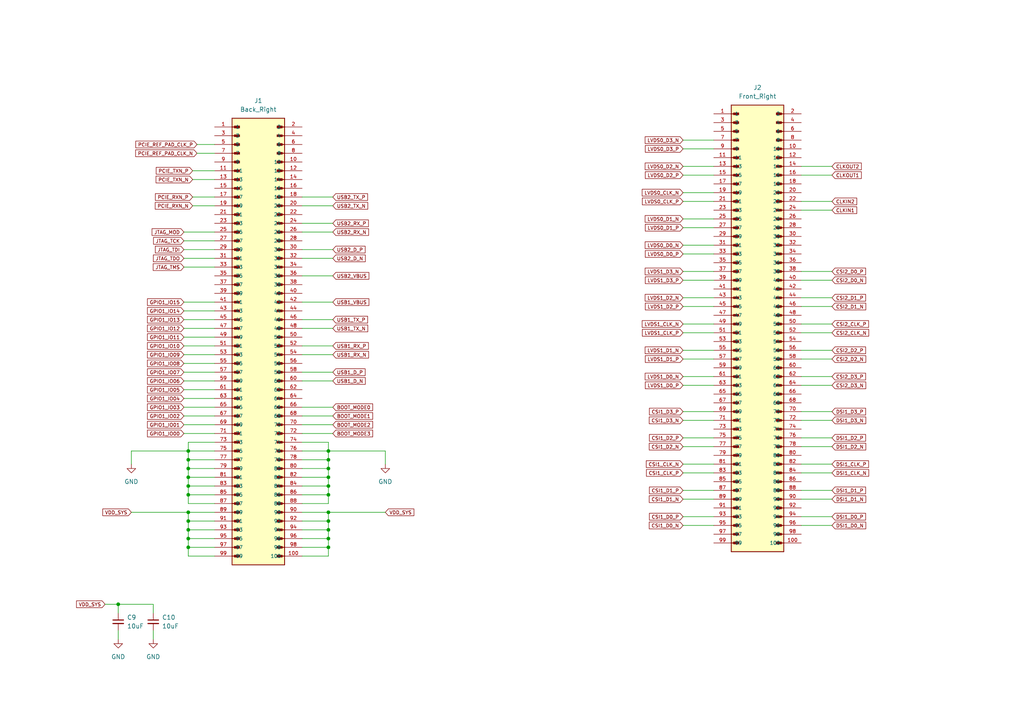
<source format=kicad_sch>
(kicad_sch (version 20231120) (generator "eeschema") (generator_version "8.0")
  (paper "A4")
  (lib_symbols
    (symbol "CONN_DF40C-100DS-0_4V51_HIR:DF40C-100DP-0.4V_51_" (pin_names (offset 1.016))
      (property "Reference" "J" (at -7.62 64.262 0))
      (property "Value" "DF40C-100DP-0.4V_51_" (at -7.62 -66.802 0))
      (symbol "DF40C-100DP-0.4V_51__0_0"
        (rectangle (start -7.62 -66.04) (end 7.62 63.5) (stroke (width 0.254)) (fill (type background)))
        (rectangle (start -6.985 -63.8175) (end -5.3975 -63.1825) (stroke (width 0.1)) (fill (type outline)))
        (rectangle (start -6.985 -61.2775) (end -5.3975 -60.6425) (stroke (width 0.1)) (fill (type outline)))
        (rectangle (start -6.985 -58.7375) (end -5.3975 -58.1025) (stroke (width 0.1)) (fill (type outline)))
        (rectangle (start -6.985 -56.1975) (end -5.3975 -55.5625) (stroke (width 0.1)) (fill (type outline)))
        (rectangle (start -6.985 -53.6575) (end -5.3975 -53.0225) (stroke (width 0.1)) (fill (type outline)))
        (rectangle (start -6.985 -51.1175) (end -5.3975 -50.4825) (stroke (width 0.1)) (fill (type outline)))
        (rectangle (start -6.985 -48.5775) (end -5.3975 -47.9425) (stroke (width 0.1)) (fill (type outline)))
        (rectangle (start -6.985 -46.0375) (end -5.3975 -45.4025) (stroke (width 0.1)) (fill (type outline)))
        (rectangle (start -6.985 -43.4975) (end -5.3975 -42.8625) (stroke (width 0.1)) (fill (type outline)))
        (rectangle (start -6.985 -40.9575) (end -5.3975 -40.3225) (stroke (width 0.1)) (fill (type outline)))
        (rectangle (start -6.985 -38.4175) (end -5.3975 -37.7825) (stroke (width 0.1)) (fill (type outline)))
        (rectangle (start -6.985 -35.8775) (end -5.3975 -35.2425) (stroke (width 0.1)) (fill (type outline)))
        (rectangle (start -6.985 -33.3375) (end -5.3975 -32.7025) (stroke (width 0.1)) (fill (type outline)))
        (rectangle (start -6.985 -30.7975) (end -5.3975 -30.1625) (stroke (width 0.1)) (fill (type outline)))
        (rectangle (start -6.985 -28.2575) (end -5.3975 -27.6225) (stroke (width 0.1)) (fill (type outline)))
        (rectangle (start -6.985 -25.7175) (end -5.3975 -25.0825) (stroke (width 0.1)) (fill (type outline)))
        (rectangle (start -6.985 -23.1775) (end -5.3975 -22.5425) (stroke (width 0.1)) (fill (type outline)))
        (rectangle (start -6.985 -20.6375) (end -5.3975 -20.0025) (stroke (width 0.1)) (fill (type outline)))
        (rectangle (start -6.985 -18.0975) (end -5.3975 -17.4625) (stroke (width 0.1)) (fill (type outline)))
        (rectangle (start -6.985 -15.5575) (end -5.3975 -14.9225) (stroke (width 0.1)) (fill (type outline)))
        (rectangle (start -6.985 -13.0175) (end -5.3975 -12.3825) (stroke (width 0.1)) (fill (type outline)))
        (rectangle (start -6.985 -10.4775) (end -5.3975 -9.8425) (stroke (width 0.1)) (fill (type outline)))
        (rectangle (start -6.985 -7.9375) (end -5.3975 -7.3025) (stroke (width 0.1)) (fill (type outline)))
        (rectangle (start -6.985 -5.3975) (end -5.3975 -4.7625) (stroke (width 0.1)) (fill (type outline)))
        (rectangle (start -6.985 -2.8575) (end -5.3975 -2.2225) (stroke (width 0.1)) (fill (type outline)))
        (rectangle (start -6.985 -0.3175) (end -5.3975 0.3175) (stroke (width 0.1)) (fill (type outline)))
        (rectangle (start -6.985 2.2225) (end -5.3975 2.8575) (stroke (width 0.1)) (fill (type outline)))
        (rectangle (start -6.985 4.7625) (end -5.3975 5.3975) (stroke (width 0.1)) (fill (type outline)))
        (rectangle (start -6.985 7.3025) (end -5.3975 7.9375) (stroke (width 0.1)) (fill (type outline)))
        (rectangle (start -6.985 9.8425) (end -5.3975 10.4775) (stroke (width 0.1)) (fill (type outline)))
        (rectangle (start -6.985 12.3825) (end -5.3975 13.0175) (stroke (width 0.1)) (fill (type outline)))
        (rectangle (start -6.985 14.9225) (end -5.3975 15.5575) (stroke (width 0.1)) (fill (type outline)))
        (rectangle (start -6.985 17.4625) (end -5.3975 18.0975) (stroke (width 0.1)) (fill (type outline)))
        (rectangle (start -6.985 20.0025) (end -5.3975 20.6375) (stroke (width 0.1)) (fill (type outline)))
        (rectangle (start -6.985 22.5425) (end -5.3975 23.1775) (stroke (width 0.1)) (fill (type outline)))
        (rectangle (start -6.985 25.0825) (end -5.3975 25.7175) (stroke (width 0.1)) (fill (type outline)))
        (rectangle (start -6.985 27.6225) (end -5.3975 28.2575) (stroke (width 0.1)) (fill (type outline)))
        (rectangle (start -6.985 30.1625) (end -5.3975 30.7975) (stroke (width 0.1)) (fill (type outline)))
        (rectangle (start -6.985 32.7025) (end -5.3975 33.3375) (stroke (width 0.1)) (fill (type outline)))
        (rectangle (start -6.985 35.2425) (end -5.3975 35.8775) (stroke (width 0.1)) (fill (type outline)))
        (rectangle (start -6.985 37.7825) (end -5.3975 38.4175) (stroke (width 0.1)) (fill (type outline)))
        (rectangle (start -6.985 40.3225) (end -5.3975 40.9575) (stroke (width 0.1)) (fill (type outline)))
        (rectangle (start -6.985 42.8625) (end -5.3975 43.4975) (stroke (width 0.1)) (fill (type outline)))
        (rectangle (start -6.985 45.4025) (end -5.3975 46.0375) (stroke (width 0.1)) (fill (type outline)))
        (rectangle (start -6.985 47.9425) (end -5.3975 48.5775) (stroke (width 0.1)) (fill (type outline)))
        (rectangle (start -6.985 50.4825) (end -5.3975 51.1175) (stroke (width 0.1)) (fill (type outline)))
        (rectangle (start -6.985 53.0225) (end -5.3975 53.6575) (stroke (width 0.1)) (fill (type outline)))
        (rectangle (start -6.985 55.5625) (end -5.3975 56.1975) (stroke (width 0.1)) (fill (type outline)))
        (rectangle (start -6.985 58.1025) (end -5.3975 58.7375) (stroke (width 0.1)) (fill (type outline)))
        (rectangle (start -6.985 60.6425) (end -5.3975 61.2775) (stroke (width 0.1)) (fill (type outline)))
        (polyline (pts (xy -7.62 -63.5) (xy -5.715 -63.5)) (stroke (width 0.254)))
        (polyline (pts (xy -7.62 -60.96) (xy -5.715 -60.96)) (stroke (width 0.254)))
        (polyline (pts (xy -7.62 -58.42) (xy -5.715 -58.42)) (stroke (width 0.254)))
        (polyline (pts (xy -7.62 -55.88) (xy -5.715 -55.88)) (stroke (width 0.254)))
        (polyline (pts (xy -7.62 -53.34) (xy -5.715 -53.34)) (stroke (width 0.254)))
        (polyline (pts (xy -7.62 -50.8) (xy -5.715 -50.8)) (stroke (width 0.254)))
        (polyline (pts (xy -7.62 -48.26) (xy -5.715 -48.26)) (stroke (width 0.254)))
        (polyline (pts (xy -7.62 -45.72) (xy -5.715 -45.72)) (stroke (width 0.254)))
        (polyline (pts (xy -7.62 -43.18) (xy -5.715 -43.18)) (stroke (width 0.254)))
        (polyline (pts (xy -7.62 -40.64) (xy -5.715 -40.64)) (stroke (width 0.254)))
        (polyline (pts (xy -7.62 -38.1) (xy -5.715 -38.1)) (stroke (width 0.254)))
        (polyline (pts (xy -7.62 -35.56) (xy -5.715 -35.56)) (stroke (width 0.254)))
        (polyline (pts (xy -7.62 -33.02) (xy -5.715 -33.02)) (stroke (width 0.254)))
        (polyline (pts (xy -7.62 -30.48) (xy -5.715 -30.48)) (stroke (width 0.254)))
        (polyline (pts (xy -7.62 -27.94) (xy -5.715 -27.94)) (stroke (width 0.254)))
        (polyline (pts (xy -7.62 -25.4) (xy -5.715 -25.4)) (stroke (width 0.254)))
        (polyline (pts (xy -7.62 -22.86) (xy -5.715 -22.86)) (stroke (width 0.254)))
        (polyline (pts (xy -7.62 -20.32) (xy -5.715 -20.32)) (stroke (width 0.254)))
        (polyline (pts (xy -7.62 -17.78) (xy -5.715 -17.78)) (stroke (width 0.254)))
        (polyline (pts (xy -7.62 -15.24) (xy -5.715 -15.24)) (stroke (width 0.254)))
        (polyline (pts (xy -7.62 -12.7) (xy -5.715 -12.7)) (stroke (width 0.254)))
        (polyline (pts (xy -7.62 -10.16) (xy -5.715 -10.16)) (stroke (width 0.254)))
        (polyline (pts (xy -7.62 -7.62) (xy -5.715 -7.62)) (stroke (width 0.254)))
        (polyline (pts (xy -7.62 -5.08) (xy -5.715 -5.08)) (stroke (width 0.254)))
        (polyline (pts (xy -7.62 -2.54) (xy -5.715 -2.54)) (stroke (width 0.254)))
        (polyline (pts (xy -7.62 0) (xy -5.715 0)) (stroke (width 0.254)))
        (polyline (pts (xy -7.62 2.54) (xy -5.715 2.54)) (stroke (width 0.254)))
        (polyline (pts (xy -7.62 5.08) (xy -5.715 5.08)) (stroke (width 0.254)))
        (polyline (pts (xy -7.62 7.62) (xy -5.715 7.62)) (stroke (width 0.254)))
        (polyline (pts (xy -7.62 10.16) (xy -5.715 10.16)) (stroke (width 0.254)))
        (polyline (pts (xy -7.62 12.7) (xy -5.715 12.7)) (stroke (width 0.254)))
        (polyline (pts (xy -7.62 15.24) (xy -5.715 15.24)) (stroke (width 0.254)))
        (polyline (pts (xy -7.62 17.78) (xy -5.715 17.78)) (stroke (width 0.254)))
        (polyline (pts (xy -7.62 20.32) (xy -5.715 20.32)) (stroke (width 0.254)))
        (polyline (pts (xy -7.62 22.86) (xy -5.715 22.86)) (stroke (width 0.254)))
        (polyline (pts (xy -7.62 25.4) (xy -5.715 25.4)) (stroke (width 0.254)))
        (polyline (pts (xy -7.62 27.94) (xy -5.715 27.94)) (stroke (width 0.254)))
        (polyline (pts (xy -7.62 30.48) (xy -5.715 30.48)) (stroke (width 0.254)))
        (polyline (pts (xy -7.62 33.02) (xy -5.715 33.02)) (stroke (width 0.254)))
        (polyline (pts (xy -7.62 35.56) (xy -5.715 35.56)) (stroke (width 0.254)))
        (polyline (pts (xy -7.62 38.1) (xy -5.715 38.1)) (stroke (width 0.254)))
        (polyline (pts (xy -7.62 40.64) (xy -5.715 40.64)) (stroke (width 0.254)))
        (polyline (pts (xy -7.62 43.18) (xy -5.715 43.18)) (stroke (width 0.254)))
        (polyline (pts (xy -7.62 45.72) (xy -5.715 45.72)) (stroke (width 0.254)))
        (polyline (pts (xy -7.62 48.26) (xy -5.715 48.26)) (stroke (width 0.254)))
        (polyline (pts (xy -7.62 50.8) (xy -5.715 50.8)) (stroke (width 0.254)))
        (polyline (pts (xy -7.62 53.34) (xy -5.715 53.34)) (stroke (width 0.254)))
        (polyline (pts (xy -7.62 55.88) (xy -5.715 55.88)) (stroke (width 0.254)))
        (polyline (pts (xy -7.62 58.42) (xy -5.715 58.42)) (stroke (width 0.254)))
        (polyline (pts (xy -7.62 60.96) (xy -5.715 60.96)) (stroke (width 0.254)))
        (polyline (pts (xy 7.62 -63.5) (xy 5.715 -63.5)) (stroke (width 0.254)))
        (polyline (pts (xy 7.62 -60.96) (xy 5.715 -60.96)) (stroke (width 0.254)))
        (polyline (pts (xy 7.62 -58.42) (xy 5.715 -58.42)) (stroke (width 0.254)))
        (polyline (pts (xy 7.62 -55.88) (xy 5.715 -55.88)) (stroke (width 0.254)))
        (polyline (pts (xy 7.62 -53.34) (xy 5.715 -53.34)) (stroke (width 0.254)))
        (polyline (pts (xy 7.62 -50.8) (xy 5.715 -50.8)) (stroke (width 0.254)))
        (polyline (pts (xy 7.62 -48.26) (xy 5.715 -48.26)) (stroke (width 0.254)))
        (polyline (pts (xy 7.62 -45.72) (xy 5.715 -45.72)) (stroke (width 0.254)))
        (polyline (pts (xy 7.62 -43.18) (xy 5.715 -43.18)) (stroke (width 0.254)))
        (polyline (pts (xy 7.62 -40.64) (xy 5.715 -40.64)) (stroke (width 0.254)))
        (polyline (pts (xy 7.62 -38.1) (xy 5.715 -38.1)) (stroke (width 0.254)))
        (polyline (pts (xy 7.62 -35.56) (xy 5.715 -35.56)) (stroke (width 0.254)))
        (polyline (pts (xy 7.62 -33.02) (xy 5.715 -33.02)) (stroke (width 0.254)))
        (polyline (pts (xy 7.62 -30.48) (xy 5.715 -30.48)) (stroke (width 0.254)))
        (polyline (pts (xy 7.62 -27.94) (xy 5.715 -27.94)) (stroke (width 0.254)))
        (polyline (pts (xy 7.62 -25.4) (xy 5.715 -25.4)) (stroke (width 0.254)))
        (polyline (pts (xy 7.62 -22.86) (xy 5.715 -22.86)) (stroke (width 0.254)))
        (polyline (pts (xy 7.62 -20.32) (xy 5.715 -20.32)) (stroke (width 0.254)))
        (polyline (pts (xy 7.62 -17.78) (xy 5.715 -17.78)) (stroke (width 0.254)))
        (polyline (pts (xy 7.62 -15.24) (xy 5.715 -15.24)) (stroke (width 0.254)))
        (polyline (pts (xy 7.62 -12.7) (xy 5.715 -12.7)) (stroke (width 0.254)))
        (polyline (pts (xy 7.62 -10.16) (xy 5.715 -10.16)) (stroke (width 0.254)))
        (polyline (pts (xy 7.62 -7.62) (xy 5.715 -7.62)) (stroke (width 0.254)))
        (polyline (pts (xy 7.62 -5.08) (xy 5.715 -5.08)) (stroke (width 0.254)))
        (polyline (pts (xy 7.62 -2.54) (xy 5.715 -2.54)) (stroke (width 0.254)))
        (polyline (pts (xy 7.62 0) (xy 5.715 0)) (stroke (width 0.254)))
        (polyline (pts (xy 7.62 2.54) (xy 5.715 2.54)) (stroke (width 0.254)))
        (polyline (pts (xy 7.62 5.08) (xy 5.715 5.08)) (stroke (width 0.254)))
        (polyline (pts (xy 7.62 7.62) (xy 5.715 7.62)) (stroke (width 0.254)))
        (polyline (pts (xy 7.62 10.16) (xy 5.715 10.16)) (stroke (width 0.254)))
        (polyline (pts (xy 7.62 12.7) (xy 5.715 12.7)) (stroke (width 0.254)))
        (polyline (pts (xy 7.62 15.24) (xy 5.715 15.24)) (stroke (width 0.254)))
        (polyline (pts (xy 7.62 17.78) (xy 5.715 17.78)) (stroke (width 0.254)))
        (polyline (pts (xy 7.62 20.32) (xy 5.715 20.32)) (stroke (width 0.254)))
        (polyline (pts (xy 7.62 22.86) (xy 5.715 22.86)) (stroke (width 0.254)))
        (polyline (pts (xy 7.62 25.4) (xy 5.715 25.4)) (stroke (width 0.254)))
        (polyline (pts (xy 7.62 27.94) (xy 5.715 27.94)) (stroke (width 0.254)))
        (polyline (pts (xy 7.62 30.48) (xy 5.715 30.48)) (stroke (width 0.254)))
        (polyline (pts (xy 7.62 33.02) (xy 5.715 33.02)) (stroke (width 0.254)))
        (polyline (pts (xy 7.62 35.56) (xy 5.715 35.56)) (stroke (width 0.254)))
        (polyline (pts (xy 7.62 38.1) (xy 5.715 38.1)) (stroke (width 0.254)))
        (polyline (pts (xy 7.62 40.64) (xy 5.715 40.64)) (stroke (width 0.254)))
        (polyline (pts (xy 7.62 43.18) (xy 5.715 43.18)) (stroke (width 0.254)))
        (polyline (pts (xy 7.62 45.72) (xy 5.715 45.72)) (stroke (width 0.254)))
        (polyline (pts (xy 7.62 48.26) (xy 5.715 48.26)) (stroke (width 0.254)))
        (polyline (pts (xy 7.62 50.8) (xy 5.715 50.8)) (stroke (width 0.254)))
        (polyline (pts (xy 7.62 53.34) (xy 5.715 53.34)) (stroke (width 0.254)))
        (polyline (pts (xy 7.62 55.88) (xy 5.715 55.88)) (stroke (width 0.254)))
        (polyline (pts (xy 7.62 58.42) (xy 5.715 58.42)) (stroke (width 0.254)))
        (polyline (pts (xy 7.62 60.96) (xy 5.715 60.96)) (stroke (width 0.254)))
        (rectangle (start 5.3975 -63.8175) (end 6.985 -63.1825) (stroke (width 0.1)) (fill (type outline)))
        (rectangle (start 5.3975 -61.2775) (end 6.985 -60.6425) (stroke (width 0.1)) (fill (type outline)))
        (rectangle (start 5.3975 -58.7375) (end 6.985 -58.1025) (stroke (width 0.1)) (fill (type outline)))
        (rectangle (start 5.3975 -56.1975) (end 6.985 -55.5625) (stroke (width 0.1)) (fill (type outline)))
        (rectangle (start 5.3975 -53.6575) (end 6.985 -53.0225) (stroke (width 0.1)) (fill (type outline)))
        (rectangle (start 5.3975 -51.1175) (end 6.985 -50.4825) (stroke (width 0.1)) (fill (type outline)))
        (rectangle (start 5.3975 -48.5775) (end 6.985 -47.9425) (stroke (width 0.1)) (fill (type outline)))
        (rectangle (start 5.3975 -46.0375) (end 6.985 -45.4025) (stroke (width 0.1)) (fill (type outline)))
        (rectangle (start 5.3975 -43.4975) (end 6.985 -42.8625) (stroke (width 0.1)) (fill (type outline)))
        (rectangle (start 5.3975 -40.9575) (end 6.985 -40.3225) (stroke (width 0.1)) (fill (type outline)))
        (rectangle (start 5.3975 -38.4175) (end 6.985 -37.7825) (stroke (width 0.1)) (fill (type outline)))
        (rectangle (start 5.3975 -35.8775) (end 6.985 -35.2425) (stroke (width 0.1)) (fill (type outline)))
        (rectangle (start 5.3975 -33.3375) (end 6.985 -32.7025) (stroke (width 0.1)) (fill (type outline)))
        (rectangle (start 5.3975 -30.7975) (end 6.985 -30.1625) (stroke (width 0.1)) (fill (type outline)))
        (rectangle (start 5.3975 -28.2575) (end 6.985 -27.6225) (stroke (width 0.1)) (fill (type outline)))
        (rectangle (start 5.3975 -25.7175) (end 6.985 -25.0825) (stroke (width 0.1)) (fill (type outline)))
        (rectangle (start 5.3975 -23.1775) (end 6.985 -22.5425) (stroke (width 0.1)) (fill (type outline)))
        (rectangle (start 5.3975 -20.6375) (end 6.985 -20.0025) (stroke (width 0.1)) (fill (type outline)))
        (rectangle (start 5.3975 -18.0975) (end 6.985 -17.4625) (stroke (width 0.1)) (fill (type outline)))
        (rectangle (start 5.3975 -15.5575) (end 6.985 -14.9225) (stroke (width 0.1)) (fill (type outline)))
        (rectangle (start 5.3975 -13.0175) (end 6.985 -12.3825) (stroke (width 0.1)) (fill (type outline)))
        (rectangle (start 5.3975 -10.4775) (end 6.985 -9.8425) (stroke (width 0.1)) (fill (type outline)))
        (rectangle (start 5.3975 -7.9375) (end 6.985 -7.3025) (stroke (width 0.1)) (fill (type outline)))
        (rectangle (start 5.3975 -5.3975) (end 6.985 -4.7625) (stroke (width 0.1)) (fill (type outline)))
        (rectangle (start 5.3975 -2.8575) (end 6.985 -2.2225) (stroke (width 0.1)) (fill (type outline)))
        (rectangle (start 5.3975 -0.3175) (end 6.985 0.3175) (stroke (width 0.1)) (fill (type outline)))
        (rectangle (start 5.3975 2.2225) (end 6.985 2.8575) (stroke (width 0.1)) (fill (type outline)))
        (rectangle (start 5.3975 4.7625) (end 6.985 5.3975) (stroke (width 0.1)) (fill (type outline)))
        (rectangle (start 5.3975 7.3025) (end 6.985 7.9375) (stroke (width 0.1)) (fill (type outline)))
        (rectangle (start 5.3975 9.8425) (end 6.985 10.4775) (stroke (width 0.1)) (fill (type outline)))
        (rectangle (start 5.3975 12.3825) (end 6.985 13.0175) (stroke (width 0.1)) (fill (type outline)))
        (rectangle (start 5.3975 14.9225) (end 6.985 15.5575) (stroke (width 0.1)) (fill (type outline)))
        (rectangle (start 5.3975 17.4625) (end 6.985 18.0975) (stroke (width 0.1)) (fill (type outline)))
        (rectangle (start 5.3975 20.0025) (end 6.985 20.6375) (stroke (width 0.1)) (fill (type outline)))
        (rectangle (start 5.3975 22.5425) (end 6.985 23.1775) (stroke (width 0.1)) (fill (type outline)))
        (rectangle (start 5.3975 25.0825) (end 6.985 25.7175) (stroke (width 0.1)) (fill (type outline)))
        (rectangle (start 5.3975 27.6225) (end 6.985 28.2575) (stroke (width 0.1)) (fill (type outline)))
        (rectangle (start 5.3975 30.1625) (end 6.985 30.7975) (stroke (width 0.1)) (fill (type outline)))
        (rectangle (start 5.3975 32.7025) (end 6.985 33.3375) (stroke (width 0.1)) (fill (type outline)))
        (rectangle (start 5.3975 35.2425) (end 6.985 35.8775) (stroke (width 0.1)) (fill (type outline)))
        (rectangle (start 5.3975 37.7825) (end 6.985 38.4175) (stroke (width 0.1)) (fill (type outline)))
        (rectangle (start 5.3975 40.3225) (end 6.985 40.9575) (stroke (width 0.1)) (fill (type outline)))
        (rectangle (start 5.3975 42.8625) (end 6.985 43.4975) (stroke (width 0.1)) (fill (type outline)))
        (rectangle (start 5.3975 45.4025) (end 6.985 46.0375) (stroke (width 0.1)) (fill (type outline)))
        (rectangle (start 5.3975 47.9425) (end 6.985 48.5775) (stroke (width 0.1)) (fill (type outline)))
        (rectangle (start 5.3975 50.4825) (end 6.985 51.1175) (stroke (width 0.1)) (fill (type outline)))
        (rectangle (start 5.3975 53.0225) (end 6.985 53.6575) (stroke (width 0.1)) (fill (type outline)))
        (rectangle (start 5.3975 55.5625) (end 6.985 56.1975) (stroke (width 0.1)) (fill (type outline)))
        (rectangle (start 5.3975 58.1025) (end 6.985 58.7375) (stroke (width 0.1)) (fill (type outline)))
        (rectangle (start 5.3975 60.6425) (end 6.985 61.2775) (stroke (width 0.1)) (fill (type outline)))
        (pin passive line (at -12.7 60.96 0) (length 5.08) (name "1") (number "1"))
        (pin passive line (at 12.7 50.8 180) (length 5.08) (name "10") (number "10"))
        (pin passive line (at 12.7 -63.5 180) (length 5.08) (name "100") (number "100"))
        (pin passive line (at -12.7 48.26 0) (length 5.08) (name "11") (number "11"))
        (pin passive line (at 12.7 48.26 180) (length 5.08) (name "12") (number "12"))
        (pin passive line (at -12.7 45.72 0) (length 5.08) (name "13") (number "13"))
        (pin passive line (at 12.7 45.72 180) (length 5.08) (name "14") (number "14"))
        (pin passive line (at -12.7 43.18 0) (length 5.08) (name "15") (number "15"))
        (pin passive line (at 12.7 43.18 180) (length 5.08) (name "16") (number "16"))
        (pin passive line (at -12.7 40.64 0) (length 5.08) (name "17") (number "17"))
        (pin passive line (at 12.7 40.64 180) (length 5.08) (name "18") (number "18"))
        (pin passive line (at -12.7 38.1 0) (length 5.08) (name "19") (number "19"))
        (pin passive line (at 12.7 60.96 180) (length 5.08) (name "2") (number "2"))
        (pin passive line (at 12.7 38.1 180) (length 5.08) (name "20") (number "20"))
        (pin passive line (at -12.7 35.56 0) (length 5.08) (name "21") (number "21"))
        (pin passive line (at 12.7 35.56 180) (length 5.08) (name "22") (number "22"))
        (pin passive line (at -12.7 33.02 0) (length 5.08) (name "23") (number "23"))
        (pin passive line (at 12.7 33.02 180) (length 5.08) (name "24") (number "24"))
        (pin passive line (at -12.7 30.48 0) (length 5.08) (name "25") (number "25"))
        (pin passive line (at 12.7 30.48 180) (length 5.08) (name "26") (number "26"))
        (pin passive line (at -12.7 27.94 0) (length 5.08) (name "27") (number "27"))
        (pin passive line (at 12.7 27.94 180) (length 5.08) (name "28") (number "28"))
        (pin passive line (at -12.7 25.4 0) (length 5.08) (name "29") (number "29"))
        (pin passive line (at -12.7 58.42 0) (length 5.08) (name "3") (number "3"))
        (pin passive line (at 12.7 25.4 180) (length 5.08) (name "30") (number "30"))
        (pin passive line (at -12.7 22.86 0) (length 5.08) (name "31") (number "31"))
        (pin passive line (at 12.7 22.86 180) (length 5.08) (name "32") (number "32"))
        (pin passive line (at -12.7 20.32 0) (length 5.08) (name "33") (number "33"))
        (pin passive line (at 12.7 20.32 180) (length 5.08) (name "34") (number "34"))
        (pin passive line (at -12.7 17.78 0) (length 5.08) (name "35") (number "35"))
        (pin passive line (at 12.7 17.78 180) (length 5.08) (name "36") (number "36"))
        (pin passive line (at -12.7 15.24 0) (length 5.08) (name "37") (number "37"))
        (pin passive line (at 12.7 15.24 180) (length 5.08) (name "38") (number "38"))
        (pin passive line (at -12.7 12.7 0) (length 5.08) (name "39") (number "39"))
        (pin passive line (at 12.7 58.42 180) (length 5.08) (name "4") (number "4"))
        (pin passive line (at 12.7 12.7 180) (length 5.08) (name "40") (number "40"))
        (pin passive line (at -12.7 10.16 0) (length 5.08) (name "41") (number "41"))
        (pin passive line (at 12.7 10.16 180) (length 5.08) (name "42") (number "42"))
        (pin passive line (at -12.7 7.62 0) (length 5.08) (name "43") (number "43"))
        (pin passive line (at 12.7 7.62 180) (length 5.08) (name "44") (number "44"))
        (pin passive line (at -12.7 5.08 0) (length 5.08) (name "45") (number "45"))
        (pin passive line (at 12.7 5.08 180) (length 5.08) (name "46") (number "46"))
        (pin passive line (at -12.7 2.54 0) (length 5.08) (name "47") (number "47"))
        (pin passive line (at 12.7 2.54 180) (length 5.08) (name "48") (number "48"))
        (pin passive line (at -12.7 0 0) (length 5.08) (name "49") (number "49"))
        (pin passive line (at -12.7 55.88 0) (length 5.08) (name "5") (number "5"))
        (pin passive line (at 12.7 0 180) (length 5.08) (name "50") (number "50"))
        (pin passive line (at -12.7 -2.54 0) (length 5.08) (name "51") (number "51"))
        (pin passive line (at 12.7 -2.54 180) (length 5.08) (name "52") (number "52"))
        (pin passive line (at -12.7 -5.08 0) (length 5.08) (name "53") (number "53"))
        (pin passive line (at 12.7 -5.08 180) (length 5.08) (name "54") (number "54"))
        (pin passive line (at -12.7 -7.62 0) (length 5.08) (name "55") (number "55"))
        (pin passive line (at 12.7 -7.62 180) (length 5.08) (name "56") (number "56"))
        (pin passive line (at -12.7 -10.16 0) (length 5.08) (name "57") (number "57"))
        (pin passive line (at 12.7 -10.16 180) (length 5.08) (name "58") (number "58"))
        (pin passive line (at -12.7 -12.7 0) (length 5.08) (name "59") (number "59"))
        (pin passive line (at 12.7 55.88 180) (length 5.08) (name "6") (number "6"))
        (pin passive line (at 12.7 -12.7 180) (length 5.08) (name "60") (number "60"))
        (pin passive line (at -12.7 -15.24 0) (length 5.08) (name "61") (number "61"))
        (pin passive line (at 12.7 -15.24 180) (length 5.08) (name "62") (number "62"))
        (pin passive line (at -12.7 -17.78 0) (length 5.08) (name "63") (number "63"))
        (pin passive line (at 12.7 -17.78 180) (length 5.08) (name "64") (number "64"))
        (pin passive line (at -12.7 -20.32 0) (length 5.08) (name "65") (number "65"))
        (pin passive line (at 12.7 -20.32 180) (length 5.08) (name "66") (number "66"))
        (pin passive line (at -12.7 -22.86 0) (length 5.08) (name "67") (number "67"))
        (pin passive line (at 12.7 -22.86 180) (length 5.08) (name "68") (number "68"))
        (pin passive line (at -12.7 -25.4 0) (length 5.08) (name "69") (number "69"))
        (pin passive line (at -12.7 53.34 0) (length 5.08) (name "7") (number "7"))
        (pin passive line (at 12.7 -25.4 180) (length 5.08) (name "70") (number "70"))
        (pin passive line (at -12.7 -27.94 0) (length 5.08) (name "71") (number "71"))
        (pin passive line (at 12.7 -27.94 180) (length 5.08) (name "72") (number "72"))
        (pin passive line (at -12.7 -30.48 0) (length 5.08) (name "73") (number "73"))
        (pin passive line (at 12.7 -30.48 180) (length 5.08) (name "74") (number "74"))
        (pin passive line (at -12.7 -33.02 0) (length 5.08) (name "75") (number "75"))
        (pin passive line (at 12.7 -33.02 180) (length 5.08) (name "76") (number "76"))
        (pin passive line (at -12.7 -35.56 0) (length 5.08) (name "77") (number "77"))
        (pin passive line (at 12.7 -35.56 180) (length 5.08) (name "78") (number "78"))
        (pin passive line (at -12.7 -38.1 0) (length 5.08) (name "79") (number "79"))
        (pin passive line (at 12.7 53.34 180) (length 5.08) (name "8") (number "8"))
        (pin passive line (at 12.7 -38.1 180) (length 5.08) (name "80") (number "80"))
        (pin passive line (at -12.7 -40.64 0) (length 5.08) (name "81") (number "81"))
        (pin passive line (at 12.7 -40.64 180) (length 5.08) (name "82") (number "82"))
        (pin passive line (at -12.7 -43.18 0) (length 5.08) (name "83") (number "83"))
        (pin passive line (at 12.7 -43.18 180) (length 5.08) (name "84") (number "84"))
        (pin passive line (at -12.7 -45.72 0) (length 5.08) (name "85") (number "85"))
        (pin passive line (at 12.7 -45.72 180) (length 5.08) (name "86") (number "86"))
        (pin passive line (at -12.7 -48.26 0) (length 5.08) (name "87") (number "87"))
        (pin passive line (at 12.7 -48.26 180) (length 5.08) (name "88") (number "88"))
        (pin passive line (at -12.7 -50.8 0) (length 5.08) (name "89") (number "89"))
        (pin passive line (at -12.7 50.8 0) (length 5.08) (name "9") (number "9"))
        (pin passive line (at 12.7 -50.8 180) (length 5.08) (name "90") (number "90"))
        (pin passive line (at -12.7 -53.34 0) (length 5.08) (name "91") (number "91"))
        (pin passive line (at 12.7 -53.34 180) (length 5.08) (name "92") (number "92"))
        (pin passive line (at -12.7 -55.88 0) (length 5.08) (name "93") (number "93"))
        (pin passive line (at 12.7 -55.88 180) (length 5.08) (name "94") (number "94"))
        (pin passive line (at -12.7 -58.42 0) (length 5.08) (name "95") (number "95"))
        (pin passive line (at 12.7 -58.42 180) (length 5.08) (name "96") (number "96"))
        (pin passive line (at -12.7 -60.96 0) (length 5.08) (name "97") (number "97"))
        (pin passive line (at 12.7 -60.96 180) (length 5.08) (name "98") (number "98"))
        (pin passive line (at -12.7 -63.5 0) (length 5.08) (name "99") (number "99"))
      )
    )
    (symbol "Device:C_Small" (pin_numbers hide) (pin_names (offset 0.254) hide)
      (property "Reference" "C" (at 0.254 1.778 0))
      (property "Value" "C_Small" (at 0.254 -2.032 0))
      (symbol "C_Small_0_1"
        (polyline (pts (xy -1.524 -0.508) (xy 1.524 -0.508)) (stroke (width 0.3302)))
        (polyline (pts (xy -1.524 0.508) (xy 1.524 0.508)) (stroke (width 0.3048)))
      )
      (symbol "C_Small_1_1"
        (pin passive line (at 0 2.54 270) (length 2.032) (name "~") (number "1"))
        (pin passive line (at 0 -2.54 90) (length 2.032) (name "~") (number "2"))
      )
    )
    (symbol "power:GND" (power) (pin_names (offset 0))
      (property "Value" "GND" (at 0 -3.81 0))
      (symbol "GND_0_1"
        (polyline (pts (xy 0 0) (xy 0 -1.27) (xy 1.27 -1.27) (xy 0 -2.54) (xy -1.27 -1.27) (xy 0 -1.27)))
      )
      (symbol "GND_1_1"
        (pin power_in line (at 0 0 270) (length 0) hide (name "GND") (number "1"))
      )
    )
  )
  (junction (at 95.25 140.97))
  (junction (at 54.61 130.81))
  (junction (at 54.61 148.59))
  (junction (at 54.61 140.97))
  (junction (at 95.25 151.13))
  (junction (at 54.61 135.89))
  (junction (at 95.25 135.89))
  (junction (at 54.61 133.35))
  (junction (at 54.61 156.21))
  (junction (at 54.61 158.75))
  (junction (at 34.29 175.26))
  (junction (at 95.25 153.67))
  (junction (at 95.25 148.59))
  (junction (at 95.25 143.51))
  (junction (at 54.61 151.13))
  (junction (at 54.61 138.43))
  (junction (at 95.25 138.43))
  (junction (at 95.25 133.35))
  (junction (at 95.25 158.75))
  (junction (at 95.25 156.21))
  (junction (at 54.61 143.51))
  (junction (at 95.25 130.81))
  (junction (at 54.61 153.67))
  (wire (pts (xy 232.41 121.92) (xy 241.3 121.92)))
  (wire (pts (xy 44.45 182.88) (xy 44.45 185.42)))
  (wire (pts (xy 232.41 129.54) (xy 241.3 129.54)))
  (wire (pts (xy 95.25 156.21) (xy 95.25 153.67)))
  (wire (pts (xy 232.41 119.38) (xy 241.3 119.38)))
  (wire (pts (xy 95.25 151.13) (xy 87.63 151.13)))
  (wire (pts (xy 232.41 96.52) (xy 241.3 96.52)))
  (wire (pts (xy 207.01 109.22) (xy 198.12 109.22)))
  (wire (pts (xy 207.01 111.76) (xy 198.12 111.76)))
  (wire (pts (xy 54.61 138.43) (xy 62.23 138.43)))
  (wire (pts (xy 111.76 130.81) (xy 111.76 134.62)))
  (wire (pts (xy 95.25 156.21) (xy 87.63 156.21)))
  (wire (pts (xy 207.01 88.9) (xy 198.12 88.9)))
  (wire (pts (xy 55.88 59.69) (xy 62.23 59.69)))
  (wire (pts (xy 87.63 128.27) (xy 95.25 128.27)))
  (wire (pts (xy 232.41 60.96) (xy 241.3 60.96)))
  (wire (pts (xy 54.61 151.13) (xy 54.61 148.59)))
  (wire (pts (xy 232.41 134.62) (xy 241.3 134.62)))
  (wire (pts (xy 207.01 129.54) (xy 198.12 129.54)))
  (wire (pts (xy 232.41 142.24) (xy 241.3 142.24)))
  (wire (pts (xy 62.23 97.79) (xy 53.34 97.79)))
  (wire (pts (xy 87.63 95.25) (xy 96.52 95.25)))
  (wire (pts (xy 54.61 138.43) (xy 54.61 135.89)))
  (wire (pts (xy 62.23 113.03) (xy 53.34 113.03)))
  (wire (pts (xy 95.25 153.67) (xy 87.63 153.67)))
  (wire (pts (xy 232.41 101.6) (xy 241.3 101.6)))
  (wire (pts (xy 54.61 158.75) (xy 54.61 156.21)))
  (wire (pts (xy 62.23 69.85) (xy 53.34 69.85)))
  (wire (pts (xy 62.23 87.63) (xy 53.34 87.63)))
  (wire (pts (xy 207.01 63.5) (xy 198.12 63.5)))
  (wire (pts (xy 54.61 156.21) (xy 62.23 156.21)))
  (wire (pts (xy 232.41 149.86) (xy 241.3 149.86)))
  (wire (pts (xy 34.29 182.88) (xy 34.29 185.42)))
  (wire (pts (xy 207.01 40.64) (xy 198.12 40.64)))
  (wire (pts (xy 54.61 143.51) (xy 54.61 140.97)))
  (wire (pts (xy 207.01 81.28) (xy 198.12 81.28)))
  (wire (pts (xy 87.63 72.39) (xy 96.52 72.39)))
  (wire (pts (xy 62.23 90.17) (xy 53.34 90.17)))
  (wire (pts (xy 62.23 110.49) (xy 53.34 110.49)))
  (wire (pts (xy 232.41 58.42) (xy 241.3 58.42)))
  (wire (pts (xy 30.48 175.26) (xy 34.29 175.26)))
  (wire (pts (xy 232.41 109.22) (xy 241.3 109.22)))
  (wire (pts (xy 232.41 111.76) (xy 241.3 111.76)))
  (wire (pts (xy 207.01 43.18) (xy 198.12 43.18)))
  (wire (pts (xy 87.63 57.15) (xy 96.52 57.15)))
  (wire (pts (xy 62.23 118.11) (xy 53.34 118.11)))
  (wire (pts (xy 87.63 64.77) (xy 96.52 64.77)))
  (wire (pts (xy 207.01 58.42) (xy 198.12 58.42)))
  (wire (pts (xy 207.01 119.38) (xy 198.12 119.38)))
  (wire (pts (xy 54.61 146.05) (xy 54.61 143.51)))
  (wire (pts (xy 232.41 88.9) (xy 241.3 88.9)))
  (wire (pts (xy 57.15 44.45) (xy 62.23 44.45)))
  (wire (pts (xy 95.25 128.27) (xy 95.25 130.81)))
  (wire (pts (xy 54.61 153.67) (xy 62.23 153.67)))
  (wire (pts (xy 62.23 123.19) (xy 53.34 123.19)))
  (wire (pts (xy 87.63 87.63) (xy 96.52 87.63)))
  (wire (pts (xy 95.25 135.89) (xy 95.25 133.35)))
  (wire (pts (xy 87.63 118.11) (xy 96.52 118.11)))
  (wire (pts (xy 62.23 102.87) (xy 53.34 102.87)))
  (wire (pts (xy 38.1 148.59) (xy 54.61 148.59)))
  (wire (pts (xy 207.01 137.16) (xy 198.12 137.16)))
  (wire (pts (xy 62.23 161.29) (xy 54.61 161.29)))
  (wire (pts (xy 87.63 67.31) (xy 96.52 67.31)))
  (wire (pts (xy 62.23 125.73) (xy 53.34 125.73)))
  (wire (pts (xy 54.61 140.97) (xy 54.61 138.43)))
  (wire (pts (xy 62.23 146.05) (xy 54.61 146.05)))
  (wire (pts (xy 62.23 72.39) (xy 53.34 72.39)))
  (wire (pts (xy 87.63 74.93) (xy 96.52 74.93)))
  (wire (pts (xy 207.01 71.12) (xy 198.12 71.12)))
  (wire (pts (xy 54.61 135.89) (xy 62.23 135.89)))
  (wire (pts (xy 232.41 127) (xy 241.3 127)))
  (wire (pts (xy 62.23 100.33) (xy 53.34 100.33)))
  (wire (pts (xy 87.63 107.95) (xy 96.52 107.95)))
  (wire (pts (xy 95.25 146.05) (xy 95.25 143.51)))
  (wire (pts (xy 95.25 140.97) (xy 95.25 138.43)))
  (wire (pts (xy 87.63 110.49) (xy 96.52 110.49)))
  (wire (pts (xy 95.25 130.81) (xy 87.63 130.81)))
  (wire (pts (xy 95.25 158.75) (xy 87.63 158.75)))
  (wire (pts (xy 95.25 138.43) (xy 87.63 138.43)))
  (wire (pts (xy 95.25 158.75) (xy 95.25 156.21)))
  (wire (pts (xy 62.23 95.25) (xy 53.34 95.25)))
  (wire (pts (xy 95.25 143.51) (xy 95.25 140.97)))
  (wire (pts (xy 62.23 74.93) (xy 53.34 74.93)))
  (wire (pts (xy 207.01 152.4) (xy 198.12 152.4)))
  (wire (pts (xy 111.76 130.81) (xy 95.25 130.81)))
  (wire (pts (xy 207.01 86.36) (xy 198.12 86.36)))
  (wire (pts (xy 54.61 153.67) (xy 54.61 151.13)))
  (wire (pts (xy 111.76 148.59) (xy 95.25 148.59)))
  (wire (pts (xy 87.63 59.69) (xy 96.52 59.69)))
  (wire (pts (xy 62.23 143.51) (xy 54.61 143.51)))
  (wire (pts (xy 62.23 105.41) (xy 53.34 105.41)))
  (wire (pts (xy 62.23 107.95) (xy 53.34 107.95)))
  (wire (pts (xy 54.61 140.97) (xy 62.23 140.97)))
  (wire (pts (xy 232.41 86.36) (xy 241.3 86.36)))
  (wire (pts (xy 207.01 104.14) (xy 198.12 104.14)))
  (wire (pts (xy 54.61 158.75) (xy 62.23 158.75)))
  (wire (pts (xy 207.01 134.62) (xy 198.12 134.62)))
  (wire (pts (xy 207.01 93.98) (xy 198.12 93.98)))
  (wire (pts (xy 54.61 151.13) (xy 62.23 151.13)))
  (wire (pts (xy 207.01 50.8) (xy 198.12 50.8)))
  (wire (pts (xy 38.1 130.81) (xy 38.1 134.62)))
  (wire (pts (xy 95.25 153.67) (xy 95.25 151.13)))
  (wire (pts (xy 87.63 102.87) (xy 96.52 102.87)))
  (wire (pts (xy 207.01 96.52) (xy 198.12 96.52)))
  (wire (pts (xy 207.01 73.66) (xy 198.12 73.66)))
  (wire (pts (xy 54.61 128.27) (xy 54.61 130.81)))
  (wire (pts (xy 38.1 130.81) (xy 54.61 130.81)))
  (wire (pts (xy 95.25 133.35) (xy 95.25 130.81)))
  (wire (pts (xy 87.63 80.01) (xy 96.52 80.01)))
  (wire (pts (xy 62.23 67.31) (xy 53.34 67.31)))
  (wire (pts (xy 87.63 125.73) (xy 96.52 125.73)))
  (wire (pts (xy 207.01 127) (xy 198.12 127)))
  (wire (pts (xy 55.88 49.53) (xy 62.23 49.53)))
  (wire (pts (xy 232.41 93.98) (xy 241.3 93.98)))
  (wire (pts (xy 54.61 133.35) (xy 54.61 130.81)))
  (wire (pts (xy 87.63 92.71) (xy 96.52 92.71)))
  (wire (pts (xy 54.61 133.35) (xy 62.23 133.35)))
  (wire (pts (xy 232.41 81.28) (xy 241.3 81.28)))
  (wire (pts (xy 95.25 161.29) (xy 95.25 158.75)))
  (wire (pts (xy 95.25 133.35) (xy 87.63 133.35)))
  (wire (pts (xy 232.41 48.26) (xy 241.3 48.26)))
  (wire (pts (xy 207.01 144.78) (xy 198.12 144.78)))
  (wire (pts (xy 207.01 48.26) (xy 198.12 48.26)))
  (wire (pts (xy 55.88 57.15) (xy 62.23 57.15)))
  (wire (pts (xy 87.63 161.29) (xy 95.25 161.29)))
  (wire (pts (xy 87.63 143.51) (xy 95.25 143.51)))
  (wire (pts (xy 54.61 148.59) (xy 62.23 148.59)))
  (wire (pts (xy 232.41 137.16) (xy 241.3 137.16)))
  (wire (pts (xy 87.63 123.19) (xy 96.52 123.19)))
  (wire (pts (xy 54.61 161.29) (xy 54.61 158.75)))
  (wire (pts (xy 57.15 41.91) (xy 62.23 41.91)))
  (wire (pts (xy 207.01 55.88) (xy 198.12 55.88)))
  (wire (pts (xy 232.41 104.14) (xy 241.3 104.14)))
  (wire (pts (xy 87.63 146.05) (xy 95.25 146.05)))
  (wire (pts (xy 54.61 156.21) (xy 54.61 153.67)))
  (wire (pts (xy 207.01 78.74) (xy 198.12 78.74)))
  (wire (pts (xy 44.45 175.26) (xy 44.45 177.8)))
  (wire (pts (xy 62.23 120.65) (xy 53.34 120.65)))
  (wire (pts (xy 232.41 152.4) (xy 241.3 152.4)))
  (wire (pts (xy 95.25 135.89) (xy 87.63 135.89)))
  (wire (pts (xy 55.88 52.07) (xy 62.23 52.07)))
  (wire (pts (xy 62.23 128.27) (xy 54.61 128.27)))
  (wire (pts (xy 207.01 101.6) (xy 198.12 101.6)))
  (wire (pts (xy 207.01 142.24) (xy 198.12 142.24)))
  (wire (pts (xy 95.25 138.43) (xy 95.25 135.89)))
  (wire (pts (xy 54.61 130.81) (xy 62.23 130.81)))
  (wire (pts (xy 95.25 148.59) (xy 87.63 148.59)))
  (wire (pts (xy 207.01 66.04) (xy 198.12 66.04)))
  (wire (pts (xy 34.29 175.26) (xy 44.45 175.26)))
  (wire (pts (xy 34.29 175.26) (xy 34.29 177.8)))
  (wire (pts (xy 232.41 50.8) (xy 241.3 50.8)))
  (wire (pts (xy 232.41 144.78) (xy 241.3 144.78)))
  (wire (pts (xy 54.61 135.89) (xy 54.61 133.35)))
  (wire (pts (xy 87.63 100.33) (xy 96.52 100.33)))
  (wire (pts (xy 62.23 77.47) (xy 53.34 77.47)))
  (wire (pts (xy 207.01 149.86) (xy 198.12 149.86)))
  (wire (pts (xy 95.25 140.97) (xy 87.63 140.97)))
  (wire (pts (xy 62.23 92.71) (xy 53.34 92.71)))
  (wire (pts (xy 87.63 120.65) (xy 96.52 120.65)))
  (wire (pts (xy 232.41 78.74) (xy 241.3 78.74)))
  (wire (pts (xy 207.01 121.92) (xy 198.12 121.92)))
  (wire (pts (xy 62.23 115.57) (xy 53.34 115.57)))
  (wire (pts (xy 95.25 151.13) (xy 95.25 148.59)))
  (global_label "USB2_RX_P" (shape input) (at 96.52 64.77 0) (effects (font (size 1 1))) (property "Intersheetrefs" "${INTERSHEET_REFS}" (effects (hide yes))))
  (global_label "LVDS1_D3_N" (shape input) (at 198.12 78.74 180) (effects (font (size 1 1))) (property "Intersheetrefs" "${INTERSHEET_REFS}" (effects (hide yes))))
  (global_label "CSI1_D0_P" (shape input) (at 198.12 149.86 180) (effects (font (size 1 1))) (property "Intersheetrefs" "${INTERSHEET_REFS}" (effects (hide yes))))
  (global_label "GPIO1_IO02" (shape input) (at 53.34 120.65 180) (effects (font (size 1 1))) (property "Intersheetrefs" "${INTERSHEET_REFS}" (effects (hide yes))))
  (global_label "GPIO1_IO03" (shape input) (at 53.34 118.11 180) (effects (font (size 1 1))) (property "Intersheetrefs" "${INTERSHEET_REFS}" (effects (hide yes))))
  (global_label "USB2_TX_N" (shape input) (at 96.52 59.69 0) (effects (font (size 1 1))) (property "Intersheetrefs" "${INTERSHEET_REFS}" (effects (hide yes))))
  (global_label "JTAG_TCK" (shape input) (at 53.34 69.85 180) (effects (font (size 1 1))) (property "Intersheetrefs" "${INTERSHEET_REFS}" (effects (hide yes))))
  (global_label "BOOT_MODE1" (shape input) (at 96.52 120.65 0) (effects (font (size 1 1))) (property "Intersheetrefs" "${INTERSHEET_REFS}" (effects (hide yes))))
  (global_label "CSI2_D3_N" (shape input) (at 241.3 111.76 0) (effects (font (size 1 1))) (property "Intersheetrefs" "${INTERSHEET_REFS}" (effects (hide yes))))
  (global_label "DSI1_D2_P" (shape input) (at 241.3 127 0) (effects (font (size 1 1))) (property "Intersheetrefs" "${INTERSHEET_REFS}" (effects (hide yes))))
  (global_label "CLKOUT2" (shape input) (at 241.3 48.26 0) (effects (font (size 1 1))) (property "Intersheetrefs" "${INTERSHEET_REFS}" (effects (hide yes))))
  (global_label "PCIE_REF_PAD_CLK_P" (shape input) (at 57.15 41.91 180) (effects (font (size 1 1))) (property "Intersheetrefs" "${INTERSHEET_REFS}" (effects (hide yes))))
  (global_label "GPIO1_IO10" (shape input) (at 53.34 100.33 180) (effects (font (size 1 1))) (property "Intersheetrefs" "${INTERSHEET_REFS}" (effects (hide yes))))
  (global_label "USB2_RX_N" (shape input) (at 96.52 67.31 0) (effects (font (size 1 1))) (property "Intersheetrefs" "${INTERSHEET_REFS}" (effects (hide yes))))
  (global_label "CSI1_CLK_P" (shape input) (at 198.12 137.16 180) (effects (font (size 1 1))) (property "Intersheetrefs" "${INTERSHEET_REFS}" (effects (hide yes))))
  (global_label "GPIO1_IO04" (shape input) (at 53.34 115.57 180) (effects (font (size 1 1))) (property "Intersheetrefs" "${INTERSHEET_REFS}" (effects (hide yes))))
  (global_label "GPIO1_IO05" (shape input) (at 53.34 113.03 180) (effects (font (size 1 1))) (property "Intersheetrefs" "${INTERSHEET_REFS}" (effects (hide yes))))
  (global_label "DSI1_CLK_N" (shape input) (at 241.3 137.16 0) (effects (font (size 1 1))) (property "Intersheetrefs" "${INTERSHEET_REFS}" (effects (hide yes))))
  (global_label "DSI1_D2_N" (shape input) (at 241.3 129.54 0) (effects (font (size 1 1))) (property "Intersheetrefs" "${INTERSHEET_REFS}" (effects (hide yes))))
  (global_label "LVDS1_CLK_P" (shape input) (at 198.12 96.52 180) (effects (font (size 1 1))) (property "Intersheetrefs" "${INTERSHEET_REFS}" (effects (hide yes))))
  (global_label "CSI2_CLK_P" (shape input) (at 241.3 93.98 0) (effects (font (size 1 1))) (property "Intersheetrefs" "${INTERSHEET_REFS}" (effects (hide yes))))
  (global_label "GPIO1_IO12" (shape input) (at 53.34 95.25 180) (effects (font (size 1 1))) (property "Intersheetrefs" "${INTERSHEET_REFS}" (effects (hide yes))))
  (global_label "USB2_VBUS" (shape input) (at 96.52 80.01 0) (effects (font (size 1 1))) (property "Intersheetrefs" "${INTERSHEET_REFS}" (effects (hide yes))))
  (global_label "CSI2_D2_P" (shape input) (at 241.3 101.6 0) (effects (font (size 1 1))) (property "Intersheetrefs" "${INTERSHEET_REFS}" (effects (hide yes))))
  (global_label "CSI2_D3_P" (shape input) (at 241.3 109.22 0) (effects (font (size 1 1))) (property "Intersheetrefs" "${INTERSHEET_REFS}" (effects (hide yes))))
  (global_label "BOOT_MODE0" (shape input) (at 96.52 118.11 0) (effects (font (size 1 1))) (property "Intersheetrefs" "${INTERSHEET_REFS}" (effects (hide yes))))
  (global_label "LVDS0_D3_N" (shape input) (at 198.12 40.64 180) (effects (font (size 1 1))) (property "Intersheetrefs" "${INTERSHEET_REFS}" (effects (hide yes))))
  (global_label "DSI1_D3_P" (shape input) (at 241.3 119.38 0) (effects (font (size 1 1))) (property "Intersheetrefs" "${INTERSHEET_REFS}" (effects (hide yes))))
  (global_label "LVDS0_CLK_N" (shape input) (at 198.12 55.88 180) (effects (font (size 1 1))) (property "Intersheetrefs" "${INTERSHEET_REFS}" (effects (hide yes))))
  (global_label "GPIO1_IO13" (shape input) (at 53.34 92.71 180) (effects (font (size 1 1))) (property "Intersheetrefs" "${INTERSHEET_REFS}" (effects (hide yes))))
  (global_label "GPIO1_IO11" (shape input) (at 53.34 97.79 180) (effects (font (size 1 1))) (property "Intersheetrefs" "${INTERSHEET_REFS}" (effects (hide yes))))
  (global_label "LVDS1_D0_N" (shape input) (at 198.12 109.22 180) (effects (font (size 1 1))) (property "Intersheetrefs" "${INTERSHEET_REFS}" (effects (hide yes))))
  (global_label "GPIO1_IO07" (shape input) (at 53.34 107.95 180) (effects (font (size 1 1))) (property "Intersheetrefs" "${INTERSHEET_REFS}" (effects (hide yes))))
  (global_label "CLKIN1" (shape input) (at 241.3 60.96 0) (effects (font (size 1 1))) (property "Intersheetrefs" "${INTERSHEET_REFS}" (effects (hide yes))))
  (global_label "USB1_D_P" (shape input) (at 96.52 107.95 0) (effects (font (size 1 1))) (property "Intersheetrefs" "${INTERSHEET_REFS}" (effects (hide yes))))
  (global_label "JTAG_TDO" (shape input) (at 53.34 74.93 180) (effects (font (size 1 1))) (property "Intersheetrefs" "${INTERSHEET_REFS}" (effects (hide yes))))
  (global_label "USB2_D_N" (shape input) (at 96.52 74.93 0) (effects (font (size 1 1))) (property "Intersheetrefs" "${INTERSHEET_REFS}" (effects (hide yes))))
  (global_label "CSI1_D3_N" (shape input) (at 198.12 121.92 180) (effects (font (size 1 1))) (property "Intersheetrefs" "${INTERSHEET_REFS}" (effects (hide yes))))
  (global_label "VDD_SYS" (shape input) (at 111.76 148.59 0) (effects (font (size 1 1))) (property "Intersheetrefs" "${INTERSHEET_REFS}" (effects (hide yes))))
  (global_label "LVDS1_D2_N" (shape input) (at 198.12 86.36 180) (effects (font (size 1 1))) (property "Intersheetrefs" "${INTERSHEET_REFS}" (effects (hide yes))))
  (global_label "USB2_D_P" (shape input) (at 96.52 72.39 0) (effects (font (size 1 1))) (property "Intersheetrefs" "${INTERSHEET_REFS}" (effects (hide yes))))
  (global_label "PCIE_RXN_N" (shape input) (at 55.88 59.69 180) (effects (font (size 1 1))) (property "Intersheetrefs" "${INTERSHEET_REFS}" (effects (hide yes))))
  (global_label "CSI1_D1_P" (shape input) (at 198.12 142.24 180) (effects (font (size 1 1))) (property "Intersheetrefs" "${INTERSHEET_REFS}" (effects (hide yes))))
  (global_label "GPIO1_IO15" (shape input) (at 53.34 87.63 180) (effects (font (size 1 1))) (property "Intersheetrefs" "${INTERSHEET_REFS}" (effects (hide yes))))
  (global_label "CSI1_D0_N" (shape input) (at 198.12 152.4 180) (effects (font (size 1 1))) (property "Intersheetrefs" "${INTERSHEET_REFS}" (effects (hide yes))))
  (global_label "DSI1_D0_P" (shape input) (at 241.3 149.86 0) (effects (font (size 1 1))) (property "Intersheetrefs" "${INTERSHEET_REFS}" (effects (hide yes))))
  (global_label "USB1_VBUS" (shape input) (at 96.52 87.63 0) (effects (font (size 1 1))) (property "Intersheetrefs" "${INTERSHEET_REFS}" (effects (hide yes))))
  (global_label "LVDS1_D3_P" (shape input) (at 198.12 81.28 180) (effects (font (size 1 1))) (property "Intersheetrefs" "${INTERSHEET_REFS}" (effects (hide yes))))
  (global_label "VDD_SYS" (shape input) (at 30.48 175.26 180) (effects (font (size 1 1))) (property "Intersheetrefs" "${INTERSHEET_REFS}" (effects (hide yes))))
  (global_label "DSI1_D3_N" (shape input) (at 241.3 121.92 0) (effects (font (size 1 1))) (property "Intersheetrefs" "${INTERSHEET_REFS}" (effects (hide yes))))
  (global_label "GPIO1_IO00" (shape input) (at 53.34 125.73 180) (effects (font (size 1 1))) (property "Intersheetrefs" "${INTERSHEET_REFS}" (effects (hide yes))))
  (global_label "LVDS1_D1_N" (shape input) (at 198.12 101.6 180) (effects (font (size 1 1))) (property "Intersheetrefs" "${INTERSHEET_REFS}" (effects (hide yes))))
  (global_label "LVDS0_D2_P" (shape input) (at 198.12 50.8 180) (effects (font (size 1 1))) (property "Intersheetrefs" "${INTERSHEET_REFS}" (effects (hide yes))))
  (global_label "BOOT_MODE3" (shape input) (at 96.52 125.73 0) (effects (font (size 1 1))) (property "Intersheetrefs" "${INTERSHEET_REFS}" (effects (hide yes))))
  (global_label "LVDS1_D2_P" (shape input) (at 198.12 88.9 180) (effects (font (size 1 1))) (property "Intersheetrefs" "${INTERSHEET_REFS}" (effects (hide yes))))
  (global_label "USB1_TX_P" (shape input) (at 96.52 92.71 0) (effects (font (size 1 1))) (property "Intersheetrefs" "${INTERSHEET_REFS}" (effects (hide yes))))
  (global_label "GPIO1_IO06" (shape input) (at 53.34 110.49 180) (effects (font (size 1 1))) (property "Intersheetrefs" "${INTERSHEET_REFS}" (effects (hide yes))))
  (global_label "BOOT_MODE2" (shape input) (at 96.52 123.19 0) (effects (font (size 1 1))) (property "Intersheetrefs" "${INTERSHEET_REFS}" (effects (hide yes))))
  (global_label "LVDS0_D2_N" (shape input) (at 198.12 48.26 180) (effects (font (size 1 1))) (property "Intersheetrefs" "${INTERSHEET_REFS}" (effects (hide yes))))
  (global_label "USB2_TX_P" (shape input) (at 96.52 57.15 0) (effects (font (size 1 1))) (property "Intersheetrefs" "${INTERSHEET_REFS}" (effects (hide yes))))
  (global_label "GPIO1_IO08" (shape input) (at 53.34 105.41 180) (effects (font (size 1 1))) (property "Intersheetrefs" "${INTERSHEET_REFS}" (effects (hide yes))))
  (global_label "JTAG_TMS" (shape input) (at 53.34 77.47 180) (effects (font (size 1 1))) (property "Intersheetrefs" "${INTERSHEET_REFS}" (effects (hide yes))))
  (global_label "CLKIN2" (shape input) (at 241.3 58.42 0) (effects (font (size 1 1))) (property "Intersheetrefs" "${INTERSHEET_REFS}" (effects (hide yes))))
  (global_label "LVDS0_D0_N" (shape input) (at 198.12 71.12 180) (effects (font (size 1 1))) (property "Intersheetrefs" "${INTERSHEET_REFS}" (effects (hide yes))))
  (global_label "CSI2_D1_N" (shape input) (at 241.3 88.9 0) (effects (font (size 1 1))) (property "Intersheetrefs" "${INTERSHEET_REFS}" (effects (hide yes))))
  (global_label "CSI1_CLK_N" (shape input) (at 198.12 134.62 180) (effects (font (size 1 1))) (property "Intersheetrefs" "${INTERSHEET_REFS}" (effects (hide yes))))
  (global_label "PCIE_TXN_P" (shape input) (at 55.88 49.53 180) (effects (font (size 1 1))) (property "Intersheetrefs" "${INTERSHEET_REFS}" (effects (hide yes))))
  (global_label "JTAG_MOD" (shape input) (at 53.34 67.31 180) (effects (font (size 1 1))) (property "Intersheetrefs" "${INTERSHEET_REFS}" (effects (hide yes))))
  (global_label "USB1_TX_N" (shape input) (at 96.52 95.25 0) (effects (font (size 1 1))) (property "Intersheetrefs" "${INTERSHEET_REFS}" (effects (hide yes))))
  (global_label "CSI2_D1_P" (shape input) (at 241.3 86.36 0) (effects (font (size 1 1))) (property "Intersheetrefs" "${INTERSHEET_REFS}" (effects (hide yes))))
  (global_label "CSI2_D2_N" (shape input) (at 241.3 104.14 0) (effects (font (size 1 1))) (property "Intersheetrefs" "${INTERSHEET_REFS}" (effects (hide yes))))
  (global_label "LVDS0_D1_N" (shape input) (at 198.12 63.5 180) (effects (font (size 1 1))) (property "Intersheetrefs" "${INTERSHEET_REFS}" (effects (hide yes))))
  (global_label "CSI2_D0_P" (shape input) (at 241.3 78.74 0) (effects (font (size 1 1))) (property "Intersheetrefs" "${INTERSHEET_REFS}" (effects (hide yes))))
  (global_label "PCIE_TXN_N" (shape input) (at 55.88 52.07 180) (effects (font (size 1 1))) (property "Intersheetrefs" "${INTERSHEET_REFS}" (effects (hide yes))))
  (global_label "CSI1_D2_N" (shape input) (at 198.12 129.54 180) (effects (font (size 1 1))) (property "Intersheetrefs" "${INTERSHEET_REFS}" (effects (hide yes))))
  (global_label "LVDS0_D3_P" (shape input) (at 198.12 43.18 180) (effects (font (size 1 1))) (property "Intersheetrefs" "${INTERSHEET_REFS}" (effects (hide yes))))
  (global_label "PCIE_REF_PAD_CLK_N" (shape input) (at 57.15 44.45 180) (effects (font (size 1 1))) (property "Intersheetrefs" "${INTERSHEET_REFS}" (effects (hide yes))))
  (global_label "LVDS0_D1_P" (shape input) (at 198.12 66.04 180) (effects (font (size 1 1))) (property "Intersheetrefs" "${INTERSHEET_REFS}" (effects (hide yes))))
  (global_label "LVDS0_CLK_P" (shape input) (at 198.12 58.42 180) (effects (font (size 1 1))) (property "Intersheetrefs" "${INTERSHEET_REFS}" (effects (hide yes))))
  (global_label "GPIO1_IO14" (shape input) (at 53.34 90.17 180) (effects (font (size 1 1))) (property "Intersheetrefs" "${INTERSHEET_REFS}" (effects (hide yes))))
  (global_label "LVDS1_CLK_N" (shape input) (at 198.12 93.98 180) (effects (font (size 1 1))) (property "Intersheetrefs" "${INTERSHEET_REFS}" (effects (hide yes))))
  (global_label "GPIO1_IO09" (shape input) (at 53.34 102.87 180) (effects (font (size 1 1))) (property "Intersheetrefs" "${INTERSHEET_REFS}" (effects (hide yes))))
  (global_label "USB1_RX_N" (shape input) (at 96.52 102.87 0) (effects (font (size 1 1))) (property "Intersheetrefs" "${INTERSHEET_REFS}" (effects (hide yes))))
  (global_label "CSI1_D2_P" (shape input) (at 198.12 127 180) (effects (font (size 1 1))) (property "Intersheetrefs" "${INTERSHEET_REFS}" (effects (hide yes))))
  (global_label "CLKOUT1" (shape input) (at 241.3 50.8 0) (effects (font (size 1 1))) (property "Intersheetrefs" "${INTERSHEET_REFS}" (effects (hide yes))))
  (global_label "VDD_SYS" (shape input) (at 38.1 148.59 180) (effects (font (size 1 1))) (property "Intersheetrefs" "${INTERSHEET_REFS}" (effects (hide yes))))
  (global_label "LVDS0_D0_P" (shape input) (at 198.12 73.66 180) (effects (font (size 1 1))) (property "Intersheetrefs" "${INTERSHEET_REFS}" (effects (hide yes))))
  (global_label "USB1_D_N" (shape input) (at 96.52 110.49 0) (effects (font (size 1 1))) (property "Intersheetrefs" "${INTERSHEET_REFS}" (effects (hide yes))))
  (global_label "PCIE_RXN_P" (shape input) (at 55.88 57.15 180) (effects (font (size 1 1))) (property "Intersheetrefs" "${INTERSHEET_REFS}" (effects (hide yes))))
  (global_label "USB1_RX_P" (shape input) (at 96.52 100.33 0) (effects (font (size 1 1))) (property "Intersheetrefs" "${INTERSHEET_REFS}" (effects (hide yes))))
  (global_label "CSI1_D3_P" (shape input) (at 198.12 119.38 180) (effects (font (size 1 1))) (property "Intersheetrefs" "${INTERSHEET_REFS}" (effects (hide yes))))
  (global_label "DSI1_D1_N" (shape input) (at 241.3 144.78 0) (effects (font (size 1 1))) (property "Intersheetrefs" "${INTERSHEET_REFS}" (effects (hide yes))))
  (global_label "GPIO1_IO01" (shape input) (at 53.34 123.19 180) (effects (font (size 1 1))) (property "Intersheetrefs" "${INTERSHEET_REFS}" (effects (hide yes))))
  (global_label "LVDS1_D1_P" (shape input) (at 198.12 104.14 180) (effects (font (size 1 1))) (property "Intersheetrefs" "${INTERSHEET_REFS}" (effects (hide yes))))
  (global_label "CSI2_CLK_N" (shape input) (at 241.3 96.52 0) (effects (font (size 1 1))) (property "Intersheetrefs" "${INTERSHEET_REFS}" (effects (hide yes))))
  (global_label "JTAG_TDI" (shape input) (at 53.34 72.39 180) (effects (font (size 1 1))) (property "Intersheetrefs" "${INTERSHEET_REFS}" (effects (hide yes))))
  (global_label "DSI1_CLK_P" (shape input) (at 241.3 134.62 0) (effects (font (size 1 1))) (property "Intersheetrefs" "${INTERSHEET_REFS}" (effects (hide yes))))
  (global_label "CSI2_D0_N" (shape input) (at 241.3 81.28 0) (effects (font (size 1 1))) (property "Intersheetrefs" "${INTERSHEET_REFS}" (effects (hide yes))))
  (global_label "CSI1_D1_N" (shape input) (at 198.12 144.78 180) (effects (font (size 1 1))) (property "Intersheetrefs" "${INTERSHEET_REFS}" (effects (hide yes))))
  (global_label "DSI1_D1_P" (shape input) (at 241.3 142.24 0) (effects (font (size 1 1))) (property "Intersheetrefs" "${INTERSHEET_REFS}" (effects (hide yes))))
  (global_label "LVDS1_D0_P" (shape input) (at 198.12 111.76 180) (effects (font (size 1 1))) (property "Intersheetrefs" "${INTERSHEET_REFS}" (effects (hide yes))))
  (global_label "DSI1_D0_N" (shape input) (at 241.3 152.4 0) (effects (font (size 1 1))) (property "Intersheetrefs" "${INTERSHEET_REFS}" (effects (hide yes))))
  (symbol (lib_id "CONN_DF40C-100DS-0_4V51_HIR:DF40C-100DP-0.4V_51_") (at 219.71 93.98 0) (unit 1)
    (property "Reference" "J2" (at 219.71 25.4 0))
    (property "Value" "Front_Right" (at 219.71 27.94 0))
    (property "Footprint" "_W_SBC:HIROSE_DF40C-100DS-0.4V_51_" (effects (hide yes)))
    (property "Description" "\n                        \n                            Board to Board & Mezzanine Connectors 100P SMT HEADER NO FITTING, NO BOSS\n                        \n" (effects (hide yes)))
    (property "MF" "Hirose Connector" (effects (hide yes)))
    (property "MAXIMUM_PACKAGE_HEIGHT" "1.29mm" (effects (hide yes)))
    (property "Package" "None" (effects (hide yes)))
    (property "Price" "None" (effects (hide yes)))
    (property "Check_prices" "https://www.snapeda.com/parts/DF40C-100DP-0.4V(51)/Hirose/view-part/?ref=eda" (effects (hide yes)))
    (property "STANDARD" "Manufacturer Recommendations" (effects (hide yes)))
    (property "PARTREV" "8" (effects (hide yes)))
    (property "SnapEDA_Link" "https://www.snapeda.com/parts/DF40C-100DP-0.4V(51)/Hirose/view-part/?ref=snap" (effects (hide yes)))
    (property "MP" "DF40C-100DP-0.4V(51)" (effects (hide yes)))
    (property "Availability" "In Stock" (effects (hide yes)))
    (property "MANUFACTURER" "Hirose" (effects (hide yes)))
  )
  (symbol (lib_id "Device:C_Small") (at 34.29 180.34 0) (mirror y) (unit 1)
    (property "Reference" "C9" (at 36.83 179.0763 0) (effects (justify right)))
    (property "Value" "10uF" (at 36.83 181.6163 0) (effects (justify right)))
    (property "Footprint" "Capacitor_SMD:C_0201_0603Metric_Pad0.64x0.40mm_HandSolder" (effects (hide yes)))
  )
  (symbol (lib_id "power:GND") (at 44.45 185.42 0) (unit 1)
    (property "Reference" "#PWR017" (effects (hide yes)))
    (property "Value" "GND" (at 44.45 190.5 0))
  )
  (symbol (lib_id "power:GND") (at 38.1 134.62 0) (unit 1)
    (property "Reference" "#PWR014" (effects (hide yes)))
    (property "Value" "GND" (at 38.1 139.7 0))
  )
  (symbol (lib_id "Device:C_Small") (at 44.45 180.34 0) (mirror y) (unit 1)
    (property "Reference" "C10" (at 46.99 179.0763 0) (effects (justify right)))
    (property "Value" "10uF" (at 46.99 181.6163 0) (effects (justify right)))
    (property "Footprint" "Capacitor_SMD:C_0201_0603Metric_Pad0.64x0.40mm_HandSolder" (effects (hide yes)))
  )
  (symbol (lib_id "power:GND") (at 34.29 185.42 0) (unit 1)
    (property "Reference" "#PWR016" (effects (hide yes)))
    (property "Value" "GND" (at 34.29 190.5 0))
  )
  (symbol (lib_id "CONN_DF40C-100DS-0_4V51_HIR:DF40C-100DP-0.4V_51_") (at 74.93 97.79 0) (unit 1)
    (property "Reference" "J1" (at 74.93 29.21 0))
    (property "Value" "Back_Right" (at 74.93 31.75 0))
    (property "Footprint" "_W_SBC:HIROSE_DF40C-100DS-0.4V_51_" (effects (hide yes)))
    (property "Description" "\n                        \n                            Board to Board & Mezzanine Connectors 100P SMT HEADER NO FITTING, NO BOSS\n                        \n" (effects (hide yes)))
    (property "MF" "Hirose Connector" (effects (hide yes)))
    (property "MAXIMUM_PACKAGE_HEIGHT" "1.29mm" (effects (hide yes)))
    (property "Package" "None" (effects (hide yes)))
    (property "Price" "None" (effects (hide yes)))
    (property "Check_prices" "https://www.snapeda.com/parts/DF40C-100DP-0.4V(51)/Hirose/view-part/?ref=eda" (effects (hide yes)))
    (property "STANDARD" "Manufacturer Recommendations" (effects (hide yes)))
    (property "PARTREV" "8" (effects (hide yes)))
    (property "SnapEDA_Link" "https://www.snapeda.com/parts/DF40C-100DP-0.4V(51)/Hirose/view-part/?ref=snap" (effects (hide yes)))
    (property "MP" "DF40C-100DP-0.4V(51)" (effects (hide yes)))
    (property "Availability" "In Stock" (effects (hide yes)))
    (property "MANUFACTURER" "Hirose" (effects (hide yes)))
  )
  (symbol (lib_id "power:GND") (at 111.76 134.62 0) (unit 1)
    (property "Reference" "#PWR015" (effects (hide yes)))
    (property "Value" "GND" (at 111.76 139.7 0))
  )
)
</source>
